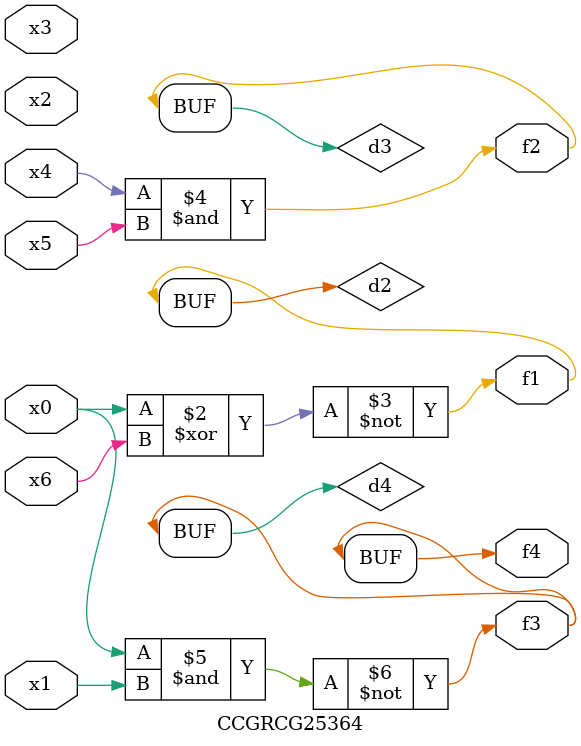
<source format=v>
module CCGRCG25364(
	input x0, x1, x2, x3, x4, x5, x6,
	output f1, f2, f3, f4
);

	wire d1, d2, d3, d4;

	nor (d1, x0);
	xnor (d2, x0, x6);
	and (d3, x4, x5);
	nand (d4, x0, x1);
	assign f1 = d2;
	assign f2 = d3;
	assign f3 = d4;
	assign f4 = d4;
endmodule

</source>
